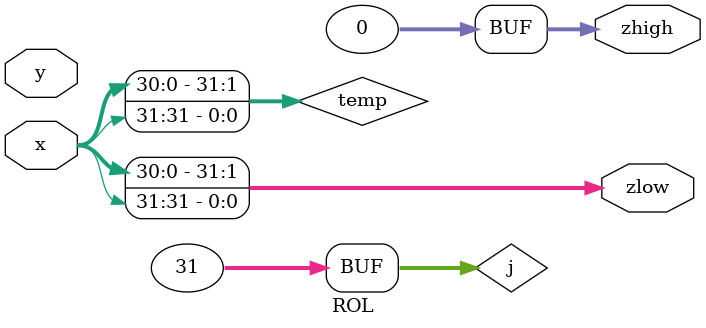
<source format=v>
`timescale 1ns/10ps
module ROL(
 input [31:0] x, y, // y is number of shifts/rotations
 output [31:0] zlow, zhigh);
 
 integer i; 
 integer j;
 reg [31:0] temp;
 
 always @* begin
	
	temp[0] = x[31];
	for(j=0; j<31; j=j+1)
		temp[j+1] = x[j];	

 end
 
 assign zlow = temp;
 assign zhigh = 0;
 
endmodule

</source>
